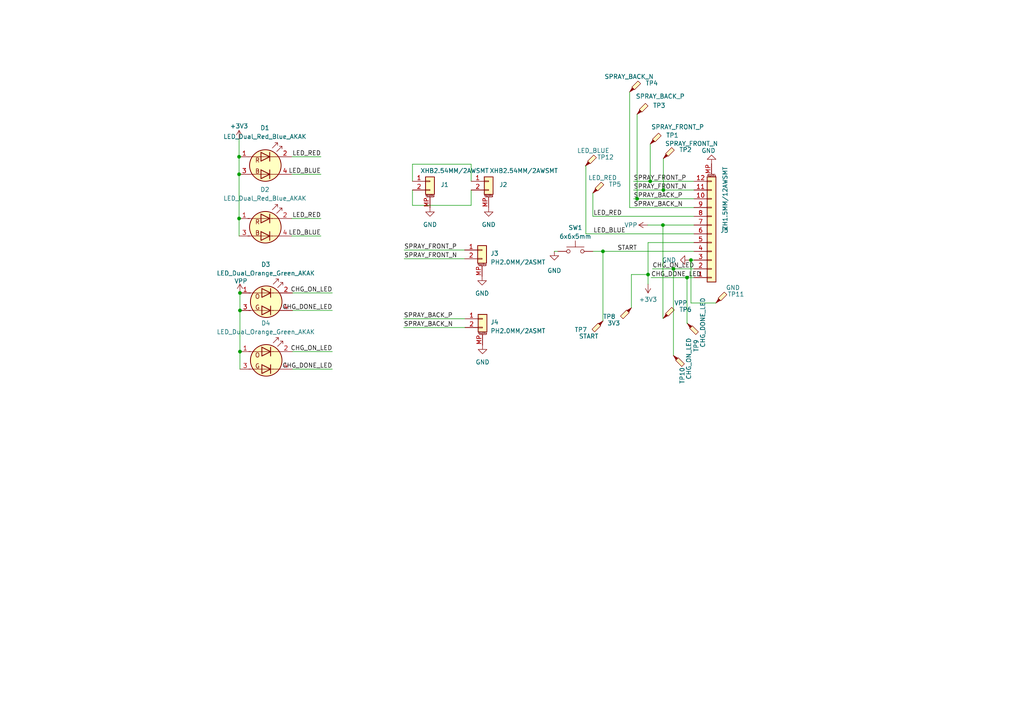
<source format=kicad_sch>
(kicad_sch (version 20231120) (generator "eeschema") (generator_version "8.0")
  (paper "A4")
  (title_block (title "EZS-01-Switch") (date "2022-10-26") (rev "V0.1") (company "Timye"))
  (lib_symbols
    (symbol "Connector:TestPoint_Probe" (pin_numbers hide) (pin_names (offset 0.762) hide)
      (property "Reference" "TP" (at 1.651 5.842 0))
      (property "Value" "TestPoint_Probe" (at 1.651 4.064 0))
      (symbol "TestPoint_Probe_0_1"
        (polyline (pts (xy 1.27 0.762) (xy 0 0) (xy 0.762 1.27) (xy 1.27 0.762)) (fill (type outline)))
        (polyline (pts (xy 1.397 0.635) (xy 0.635 1.397) (xy 2.413 3.175) (xy 3.175 2.413) (xy 1.397 0.635)) (fill (type background)))
      )
      (symbol "TestPoint_Probe_1_1"
        (pin passive line (at 0 0 90) (length 0) (name "1") (number "1"))
      )
    )
    (symbol "Connector_Generic_MountingPin:Conn_01x02_MountingPin" (pin_names (offset 1.016) hide)
      (property "Reference" "J" (at 0 2.54 0))
      (property "Value" "Conn_01x02_MountingPin" (at 1.27 -5.08 0))
      (symbol "Conn_01x02_MountingPin_1_1"
        (rectangle (start -1.27 -2.413) (end 0 -2.667) (stroke (width 0.1524)))
        (rectangle (start -1.27 0.127) (end 0 -0.127) (stroke (width 0.1524)))
        (rectangle (start -1.27 1.27) (end 1.27 -3.81) (stroke (width 0.254)) (fill (type background)))
        (polyline (pts (xy -1.016 -4.572) (xy 1.016 -4.572)) (stroke (width 0.1524)))
        (text "Mounting" (at 0 -4.191 0) (effects (font (size 0.381 0.381))))
        (pin passive line (at -5.08 0 0) (length 3.81) (name "Pin_1") (number "1"))
        (pin passive line (at -5.08 -2.54 0) (length 3.81) (name "Pin_2") (number "2"))
        (pin passive line (at 0 -7.62 90) (length 3.048) (name "MountPin") (number "MP"))
      )
    )
    (symbol "Connector_Generic_MountingPin:Conn_01x12_MountingPin" (pin_names (offset 1.016) hide)
      (property "Reference" "J" (at 0 15.24 0))
      (property "Value" "Conn_01x12_MountingPin" (at 1.27 -17.78 0))
      (symbol "Conn_01x12_MountingPin_1_1"
        (rectangle (start -1.27 -15.113) (end 0 -15.367) (stroke (width 0.1524)))
        (rectangle (start -1.27 -12.573) (end 0 -12.827) (stroke (width 0.1524)))
        (rectangle (start -1.27 -10.033) (end 0 -10.287) (stroke (width 0.1524)))
        (rectangle (start -1.27 -7.493) (end 0 -7.747) (stroke (width 0.1524)))
        (rectangle (start -1.27 -4.953) (end 0 -5.207) (stroke (width 0.1524)))
        (rectangle (start -1.27 -2.413) (end 0 -2.667) (stroke (width 0.1524)))
        (rectangle (start -1.27 0.127) (end 0 -0.127) (stroke (width 0.1524)))
        (rectangle (start -1.27 2.667) (end 0 2.413) (stroke (width 0.1524)))
        (rectangle (start -1.27 5.207) (end 0 4.953) (stroke (width 0.1524)))
        (rectangle (start -1.27 7.747) (end 0 7.493) (stroke (width 0.1524)))
        (rectangle (start -1.27 10.287) (end 0 10.033) (stroke (width 0.1524)))
        (rectangle (start -1.27 12.827) (end 0 12.573) (stroke (width 0.1524)))
        (rectangle (start -1.27 13.97) (end 1.27 -16.51) (stroke (width 0.254)) (fill (type background)))
        (polyline (pts (xy -1.016 -17.272) (xy 1.016 -17.272)) (stroke (width 0.1524)))
        (text "Mounting" (at 0 -16.891 0) (effects (font (size 0.381 0.381))))
        (pin passive line (at -5.08 12.7 0) (length 3.81) (name "Pin_1") (number "1"))
        (pin passive line (at -5.08 -10.16 0) (length 3.81) (name "Pin_10") (number "10"))
        (pin passive line (at -5.08 -12.7 0) (length 3.81) (name "Pin_11") (number "11"))
        (pin passive line (at -5.08 -15.24 0) (length 3.81) (name "Pin_12") (number "12"))
        (pin passive line (at -5.08 10.16 0) (length 3.81) (name "Pin_2") (number "2"))
        (pin passive line (at -5.08 7.62 0) (length 3.81) (name "Pin_3") (number "3"))
        (pin passive line (at -5.08 5.08 0) (length 3.81) (name "Pin_4") (number "4"))
        (pin passive line (at -5.08 2.54 0) (length 3.81) (name "Pin_5") (number "5"))
        (pin passive line (at -5.08 0 0) (length 3.81) (name "Pin_6") (number "6"))
        (pin passive line (at -5.08 -2.54 0) (length 3.81) (name "Pin_7") (number "7"))
        (pin passive line (at -5.08 -5.08 0) (length 3.81) (name "Pin_8") (number "8"))
        (pin passive line (at -5.08 -7.62 0) (length 3.81) (name "Pin_9") (number "9"))
        (pin passive line (at 0 -20.32 90) (length 3.048) (name "MountPin") (number "MP"))
      )
    )
    (symbol "Ovo_Device:LED_Dual_Orange_Green_AKAK" (pin_names (offset 0) hide)
      (property "Reference" "D3" (at -13.97 -6.35 0))
      (property "Value" "LED_Dual_Orange_Green_AKAK" (at 0 -6.35 0))
      (symbol "LED_Dual_Orange_Green_AKAK_0_0"
        (text "G" (at -2.54 -1.651 0) (effects (font (size 1.27 1.27))))
        (text "O" (at -2.54 1.524 0) (effects (font (size 1.27 1.27))))
      )
      (symbol "LED_Dual_Orange_Green_AKAK_0_1"
        (polyline (pts (xy -5.08 -2.54) (xy 2.032 -2.54)))
        (polyline (pts (xy -5.08 2.54) (xy 2.032 2.54)))
        (polyline (pts (xy 1.27 -1.27) (xy 1.27 -3.81)) (stroke (width 0.254)))
        (polyline (pts (xy 1.27 3.81) (xy 1.27 1.27)) (stroke (width 0.254)))
        (polyline (pts (xy 3.81 -2.54) (xy 1.905 -2.54)))
        (polyline (pts (xy 3.81 2.54) (xy 1.905 2.54)))
        (polyline (pts (xy -1.27 -1.27) (xy -1.27 -3.81) (xy 1.27 -2.54) (xy -1.27 -1.27)) (stroke (width 0.254)))
        (polyline (pts (xy -1.27 3.81) (xy -1.27 1.27) (xy 1.27 2.54) (xy -1.27 3.81)) (stroke (width 0.254)))
        (polyline (pts (xy 2.032 5.08) (xy 3.556 6.604) (xy 2.794 6.604) (xy 3.556 6.604) (xy 3.556 5.842)))
        (polyline (pts (xy 3.302 4.064) (xy 4.826 5.588) (xy 4.064 5.588) (xy 4.826 5.588) (xy 4.826 4.826)))
        (circle (center 0 0) (radius 4.572) (stroke (width 0.254)) (fill (type background)))
      )
      (symbol "LED_Dual_Orange_Green_AKAK_1_1"
        (pin input line (at -7.62 2.54 0) (length 3.048) (name "A1") (number "1"))
        (pin input line (at 7.62 2.54 180) (length 3.81) (name "K1") (number "2"))
        (pin input line (at -7.62 -2.54 0) (length 3.048) (name "A2") (number "3"))
        (pin input line (at 7.62 -2.54 180) (length 3.81) (name "K2") (number "4"))
      )
    )
    (symbol "Ovo_Device:LED_Dual_Red_Blue_AKAK" (pin_names (offset 0) hide)
      (property "Reference" "D2" (at -11.43 -5.08 0))
      (property "Value" "LED_Dual_Red_Blue_AKAK" (at 0 -5.08 0))
      (symbol "LED_Dual_Red_Blue_AKAK_0_0"
        (text "B" (at -2.286 -1.651 0) (effects (font (size 1.27 1.27))))
        (text "R" (at -2.286 1.524 0) (effects (font (size 1.27 1.27))))
      )
      (symbol "LED_Dual_Red_Blue_AKAK_0_1"
        (polyline (pts (xy -5.08 -2.54) (xy 2.032 -2.54)))
        (polyline (pts (xy -5.08 2.54) (xy 2.032 2.54)))
        (polyline (pts (xy 1.27 -1.27) (xy 1.27 -3.81)) (stroke (width 0.254)))
        (polyline (pts (xy 1.27 3.81) (xy 1.27 1.27)) (stroke (width 0.254)))
        (polyline (pts (xy 3.81 -2.54) (xy 1.905 -2.54)))
        (polyline (pts (xy 3.81 2.54) (xy 1.905 2.54)))
        (polyline (pts (xy -1.27 -1.27) (xy -1.27 -3.81) (xy 1.27 -2.54) (xy -1.27 -1.27)) (stroke (width 0.254)))
        (polyline (pts (xy -1.27 3.81) (xy -1.27 1.27) (xy 1.27 2.54) (xy -1.27 3.81)) (stroke (width 0.254)))
        (polyline (pts (xy 2.032 5.08) (xy 3.556 6.604) (xy 2.794 6.604) (xy 3.556 6.604) (xy 3.556 5.842)))
        (polyline (pts (xy 3.302 4.064) (xy 4.826 5.588) (xy 4.064 5.588) (xy 4.826 5.588) (xy 4.826 4.826)))
        (circle (center 0 0) (radius 4.572) (stroke (width 0.254)) (fill (type background)))
      )
      (symbol "LED_Dual_Red_Blue_AKAK_1_1"
        (pin input line (at -7.62 2.54 0) (length 3.048) (name "A1") (number "1"))
        (pin input line (at 7.62 2.54 180) (length 3.81) (name "K1") (number "2"))
        (pin input line (at -7.62 -2.54 0) (length 3.048) (name "A2") (number "3"))
        (pin input line (at 7.62 -2.54 180) (length 3.81) (name "K2") (number "4"))
      )
    )
    (symbol "Switch:SW_Push" (pin_numbers hide) (pin_names (offset 1.016) hide)
      (property "Reference" "SW" (at 1.27 2.54 0))
      (property "Value" "SW_Push" (at 0 -1.524 0))
      (symbol "SW_Push_0_1"
        (circle (center -2.032 0) (radius 0.508))
        (polyline (pts (xy 0 1.27) (xy 0 3.048)))
        (polyline (pts (xy 2.54 1.27) (xy -2.54 1.27)))
        (circle (center 2.032 0) (radius 0.508))
        (pin passive line (at -5.08 0 0) (length 2.54) (name "1") (number "1"))
        (pin passive line (at 5.08 0 180) (length 2.54) (name "2") (number "2"))
      )
    )
    (symbol "power:+3V3" (power) (pin_names (offset 0))
      (property "Value" "+3V3" (at 0 3.556 0))
      (symbol "+3V3_0_1"
        (polyline (pts (xy -0.762 1.27) (xy 0 2.54)))
        (polyline (pts (xy 0 0) (xy 0 2.54)))
        (polyline (pts (xy 0 2.54) (xy 0.762 1.27)))
      )
      (symbol "+3V3_1_1"
        (pin power_in line (at 0 0 90) (length 0) hide (name "+3V3") (number "1"))
      )
    )
    (symbol "power:GND" (power) (pin_names (offset 0))
      (property "Value" "GND" (at 0 -3.81 0))
      (symbol "GND_0_1"
        (polyline (pts (xy 0 0) (xy 0 -1.27) (xy 1.27 -1.27) (xy 0 -2.54) (xy -1.27 -1.27) (xy 0 -1.27)))
      )
      (symbol "GND_1_1"
        (pin power_in line (at 0 0 270) (length 0) hide (name "GND") (number "1"))
      )
    )
    (symbol "power:VPP" (power) (pin_names (offset 0))
      (property "Value" "VPP" (at 0 3.81 0))
      (symbol "VPP_0_1"
        (polyline (pts (xy -0.762 1.27) (xy 0 2.54)))
        (polyline (pts (xy 0 0) (xy 0 2.54)))
        (polyline (pts (xy 0 2.54) (xy 0.762 1.27)))
      )
      (symbol "VPP_1_1"
        (pin power_in line (at 0 0 90) (length 0) hide (name "VPP") (number "1"))
      )
    )
  )
  (junction (at 195.326 77.978))
  (junction (at 184.785 57.658))
  (junction (at 200.406 75.438))
  (junction (at 199.263 80.518))
  (junction (at 69.596 84.963))
  (junction (at 187.96 79.629))
  (junction (at 192.405 55.118))
  (junction (at 192.278 65.278))
  (junction (at 69.342 50.546))
  (junction (at 174.879 72.898))
  (junction (at 188.595 52.578))
  (junction (at 69.596 101.981))
  (junction (at 69.596 90.043))
  (junction (at 69.342 63.373))
  (junction (at 69.342 45.466))
  (wire (pts (xy 84.836 84.963) (xy 96.393 84.963)))
  (wire (pts (xy 69.342 40.386) (xy 69.342 45.466)))
  (wire (pts (xy 199.263 93.726) (xy 199.263 80.518)))
  (wire (pts (xy 183.134 89.281) (xy 183.134 79.629)))
  (wire (pts (xy 183.134 79.629) (xy 187.96 79.629)))
  (wire (pts (xy 192.405 45.974) (xy 192.405 55.118)))
  (wire (pts (xy 117.221 72.517) (xy 134.747 72.517)))
  (wire (pts (xy 192.405 92.329) (xy 192.278 92.329)))
  (wire (pts (xy 189.23 77.978) (xy 195.326 77.978)))
  (wire (pts (xy 119.634 59.563) (xy 136.652 59.563)))
  (wire (pts (xy 183.769 57.658) (xy 184.785 57.658)))
  (wire (pts (xy 169.926 48.133) (xy 169.926 67.818)))
  (wire (pts (xy 117.094 94.996) (xy 134.874 94.996)))
  (wire (pts (xy 69.342 50.546) (xy 69.342 63.373)))
  (wire (pts (xy 188.595 41.783) (xy 188.595 52.578)))
  (wire (pts (xy 84.836 90.043) (xy 96.393 90.043)))
  (wire (pts (xy 192.278 92.329) (xy 192.278 65.278)))
  (wire (pts (xy 84.836 101.981) (xy 96.393 101.981)))
  (wire (pts (xy 119.634 55.118) (xy 119.634 59.563)))
  (wire (pts (xy 69.342 63.373) (xy 69.342 68.453)))
  (wire (pts (xy 169.926 67.818) (xy 201.295 67.818)))
  (wire (pts (xy 69.342 45.466) (xy 69.342 50.546)))
  (wire (pts (xy 84.582 50.546) (xy 93.091 50.546)))
  (wire (pts (xy 117.221 75.057) (xy 134.747 75.057)))
  (wire (pts (xy 184.785 57.658) (xy 201.295 57.658)))
  (wire (pts (xy 174.879 72.898) (xy 201.295 72.898)))
  (wire (pts (xy 200.406 87.884) (xy 200.406 75.438)))
  (wire (pts (xy 171.958 62.738) (xy 201.295 62.738)))
  (wire (pts (xy 84.836 107.061) (xy 96.393 107.061)))
  (wire (pts (xy 183.769 52.578) (xy 188.595 52.578)))
  (wire (pts (xy 199.39 93.853) (xy 199.39 93.726)))
  (wire (pts (xy 84.582 45.466) (xy 93.091 45.466)))
  (wire (pts (xy 187.96 70.358) (xy 201.295 70.358)))
  (wire (pts (xy 184.785 33.147) (xy 184.785 57.658)))
  (wire (pts (xy 171.958 56.007) (xy 171.958 62.738)))
  (wire (pts (xy 182.626 26.67) (xy 182.626 60.198)))
  (wire (pts (xy 136.652 59.563) (xy 136.652 55.118)))
  (wire (pts (xy 171.958 72.898) (xy 174.879 72.898)))
  (wire (pts (xy 192.278 65.278) (xy 201.295 65.278)))
  (wire (pts (xy 187.96 79.629) (xy 187.96 82.423)))
  (wire (pts (xy 183.769 55.118) (xy 192.405 55.118)))
  (wire (pts (xy 199.263 80.518) (xy 201.295 80.518)))
  (wire (pts (xy 69.596 84.963) (xy 69.596 90.043)))
  (wire (pts (xy 169.799 48.133) (xy 169.926 48.133)))
  (wire (pts (xy 160.782 72.898) (xy 161.798 72.898)))
  (wire (pts (xy 200.406 75.438) (xy 201.295 75.438)))
  (wire (pts (xy 199.898 75.438) (xy 200.406 75.438)))
  (wire (pts (xy 199.39 93.726) (xy 199.263 93.726)))
  (wire (pts (xy 84.582 63.373) (xy 93.091 63.373)))
  (wire (pts (xy 117.094 92.456) (xy 134.874 92.456)))
  (wire (pts (xy 84.582 68.453) (xy 93.091 68.453)))
  (wire (pts (xy 69.596 101.981) (xy 69.596 107.061)))
  (wire (pts (xy 136.652 47.625) (xy 136.652 52.578)))
  (wire (pts (xy 187.833 65.278) (xy 192.278 65.278)))
  (wire (pts (xy 195.326 103.124) (xy 195.326 77.978)))
  (wire (pts (xy 119.634 47.625) (xy 119.634 52.578)))
  (wire (pts (xy 188.849 80.518) (xy 199.263 80.518)))
  (wire (pts (xy 188.595 52.578) (xy 201.295 52.578)))
  (wire (pts (xy 192.405 55.118) (xy 201.295 55.118)))
  (wire (pts (xy 119.634 47.625) (xy 136.652 47.625)))
  (wire (pts (xy 182.626 60.198) (xy 201.295 60.198)))
  (wire (pts (xy 195.326 77.978) (xy 201.295 77.978)))
  (wire (pts (xy 187.96 70.358) (xy 187.96 79.629)))
  (wire (pts (xy 69.596 90.043) (xy 69.596 101.981)))
  (wire (pts (xy 207.645 87.884) (xy 200.406 87.884)))
  (wire (pts (xy 174.879 93.091) (xy 174.879 72.898)))
  (label "SPRAY_FRONT_N" (at 117.221 75.057 0))
  (label "LED_BLUE" (at 93.091 68.453 180))
  (label "LED_RED" (at 172.085 62.738 0))
  (label "LED_RED" (at 93.091 63.373 180))
  (label "SPRAY_BACK_P" (at 117.094 92.456 0))
  (label "SPRAY_BACK_P" (at 183.769 57.658 0))
  (label "CHG_DONE_LED" (at 96.393 90.043 180))
  (label "SPRAY_BACK_N" (at 117.094 94.996 0))
  (label "SPRAY_FRONT_N" (at 183.769 55.118 0))
  (label "CHG_ON_LED" (at 96.393 84.963 180))
  (label "SPRAY_BACK_N" (at 183.769 60.198 0))
  (label "SPRAY_FRONT_P" (at 183.769 52.578 0))
  (label "CHG_ON_LED" (at 96.393 101.981 180))
  (label "LED_BLUE" (at 172.085 67.818 0))
  (label "SPRAY_FRONT_P" (at 117.221 72.517 0))
  (label "LED_RED" (at 93.091 45.466 180))
  (label "CHG_DONE_LED" (at 188.849 80.518 0))
  (label "CHG_DONE_LED" (at 96.393 107.061 180))
  (label "CHG_ON_LED" (at 189.23 77.978 0))
  (label "LED_BLUE" (at 93.091 50.546 180))
  (label "START" (at 179.07 72.898 0))
  (symbol (lib_id "Connector:TestPoint_Probe") (at 169.799 48.133 0) (unit 1)
    (property "Reference" "TP12" (at 178.054 45.593 0) (effects (justify right)))
    (property "Value" "LED_BLUE" (at 176.784 43.688 0) (effects (justify right)))
    (property "Footprint" "TestPoint:TestPoint_Pad_D1.5mm" (effects (hide yes)))
  )
  (symbol (lib_id "Connector:TestPoint_Probe") (at 192.405 92.329 0) (unit 1)
    (property "Reference" "TP6" (at 200.66 89.789 0) (effects (justify right)))
    (property "Value" "VPP" (at 199.39 87.884 0) (effects (justify right)))
    (property "Footprint" "TestPoint:TestPoint_Pad_D1.5mm" (effects (hide yes)))
  )
  (symbol (lib_id "power:GND") (at 124.714 60.198 0) (unit 1)
    (property "Reference" "#PWR010" (effects (hide yes)))
    (property "Value" "GND" (at 124.714 65.151 0))
  )
  (symbol (lib_id "Connector:TestPoint_Probe") (at 184.785 33.147 0) (unit 1)
    (property "Reference" "TP3" (at 193.04 30.607 0) (effects (justify right)))
    (property "Value" "SPRAY_BACK_P" (at 198.628 27.94 0) (effects (justify right)))
    (property "Footprint" "TestPoint:TestPoint_Pad_D1.5mm" (effects (hide yes)))
  )
  (symbol (lib_id "Connector:TestPoint_Probe") (at 207.645 87.884 0) (unit 1)
    (property "Reference" "TP11" (at 215.9 85.344 0) (effects (justify right)))
    (property "Value" "GND" (at 214.63 83.439 0) (effects (justify right)))
    (property "Footprint" "TestPoint:TestPoint_Pad_D1.5mm" (effects (hide yes)))
  )
  (symbol (lib_id "Connector_Generic_MountingPin:Conn_01x02_MountingPin") (at 141.732 52.578 0) (unit 1)
    (property "Reference" "J2" (at 144.78 53.5686 0) (effects (justify left)))
    (property "Value" "XHB2.54MM/2AWSMT" (at 141.986 49.53 0) (effects (justify left)))
    (property "Footprint" "Ovo_Connector_JST:JST_XHB_S2B-XHB-SM4-TB_1x02-1MP_P2.50mm_Horizontal" (effects (hide yes)))
  )
  (symbol (lib_id "Connector:TestPoint_Probe") (at 171.958 56.007 0) (unit 1)
    (property "Reference" "TP5" (at 180.213 53.467 0) (effects (justify right)))
    (property "Value" "LED_RED" (at 178.943 51.562 0) (effects (justify right)))
    (property "Footprint" "TestPoint:TestPoint_Pad_D1.5mm" (effects (hide yes)))
  )
  (symbol (lib_id "Connector_Generic_MountingPin:Conn_01x02_MountingPin") (at 124.714 52.578 0) (unit 1)
    (property "Reference" "J1" (at 127.762 53.5686 0) (effects (justify left)))
    (property "Value" "XHB2.54MM/2AWSMT" (at 121.92 49.53 0) (effects (justify left)))
    (property "Footprint" "Ovo_Connector_JST:JST_XHB_S2B-XHB-SM4-TB_1x02-1MP_P2.50mm_Horizontal" (effects (hide yes)))
  )
  (symbol (lib_id "Connector:TestPoint_Probe") (at 182.626 26.67 0) (unit 1)
    (property "Reference" "TP4" (at 190.881 24.13 0) (effects (justify right)))
    (property "Value" "SPRAY_BACK_N" (at 189.611 22.225 0) (effects (justify right)))
    (property "Footprint" "TestPoint:TestPoint_Pad_D1.5mm" (effects (hide yes)))
  )
  (symbol (lib_id "Connector:TestPoint_Probe") (at 192.405 45.974 0) (unit 1)
    (property "Reference" "TP2" (at 200.66 43.434 0) (effects (justify right)))
    (property "Value" "SPRAY_FRONT_N" (at 208.28 41.656 0) (effects (justify right)))
    (property "Footprint" "TestPoint:TestPoint_Pad_D1.5mm" (effects (hide yes)))
  )
  (symbol (lib_id "Connector:TestPoint_Probe") (at 183.134 89.281 180) (unit 1)
    (property "Reference" "TP8" (at 174.879 91.821 0) (effects (justify right)))
    (property "Value" "3V3" (at 176.149 93.726 0) (effects (justify right)))
    (property "Footprint" "TestPoint:TestPoint_Pad_D1.5mm" (effects (hide yes)))
  )
  (symbol (lib_id "power:GND") (at 206.375 47.498 180) (unit 1)
    (property "Reference" "#PWR05" (effects (hide yes)))
    (property "Value" "GND" (at 205.486 43.688 0))
  )
  (symbol (lib_id "power:+3V3") (at 187.96 82.423 180) (unit 1)
    (property "Reference" "#PWR03" (effects (hide yes)))
    (property "Value" "+3V3" (at 187.96 86.868 0))
  )
  (symbol (lib_id "power:+3V3") (at 69.342 40.386 0) (unit 1)
    (property "Reference" "#PWR06" (effects (hide yes)))
    (property "Value" "+3V3" (at 69.342 36.576 0))
  )
  (symbol (lib_id "power:VPP") (at 69.596 84.963 0) (unit 1)
    (property "Reference" "#PWR09" (effects (hide yes)))
    (property "Value" "VPP" (at 67.945 81.534 0) (effects (justify left)))
  )
  (symbol (lib_id "Connector:TestPoint_Probe") (at 199.39 93.853 270) (unit 1)
    (property "Reference" "TP9" (at 201.93 102.108 0) (effects (justify right)))
    (property "Value" "CHG_DONE_LED" (at 203.835 100.838 0) (effects (justify right)))
    (property "Footprint" "TestPoint:TestPoint_Pad_D1.5mm" (effects (hide yes)))
  )
  (symbol (lib_id "power:VPP") (at 187.833 65.278 90) (unit 1)
    (property "Reference" "#PWR08" (effects (hide yes)))
    (property "Value" "VPP" (at 184.912 65.278 90) (effects (justify left)))
  )
  (symbol (lib_id "Connector_Generic_MountingPin:Conn_01x02_MountingPin") (at 139.827 72.517 0) (unit 1)
    (property "Reference" "J3" (at 142.24 73.5076 0) (effects (justify left)))
    (property "Value" "PH2.0MM/2ASMT" (at 142.24 76.0476 0) (effects (justify left)))
    (property "Footprint" "Ovo_Connector_JST:JST_PH_B2B-PH-SM4-TB_1x02-1MP_P2.00mm_Vertical" (effects (hide yes)))
  )
  (symbol (lib_id "Connector:TestPoint_Probe") (at 174.879 93.091 180) (unit 1)
    (property "Reference" "TP7" (at 166.624 95.631 0) (effects (justify right)))
    (property "Value" "START" (at 167.894 97.536 0) (effects (justify right)))
    (property "Footprint" "TestPoint:TestPoint_Pad_D1.5mm" (effects (hide yes)))
  )
  (symbol (lib_id "power:GND") (at 139.827 80.137 0) (unit 1)
    (property "Reference" "#PWR01" (effects (hide yes)))
    (property "Value" "GND" (at 139.827 85.09 0))
  )
  (symbol (lib_id "power:GND") (at 139.954 100.076 0) (unit 1)
    (property "Reference" "#PWR02" (effects (hide yes)))
    (property "Value" "GND" (at 139.954 105.029 0))
  )
  (symbol (lib_id "Ovo_Device:LED_Dual_Orange_Green_AKAK") (at 77.216 104.521 0) (unit 1)
    (property "Reference" "D4" (at 77.089 93.726 0))
    (property "Value" "LED_Dual_Orange_Green_AKAK" (at 77.089 96.266 0))
    (property "Footprint" "Ovo_LED_SMD:LED_Dual_1.6x1.5mm" (effects (hide yes)))
  )
  (symbol (lib_id "Ovo_Device:LED_Dual_Orange_Green_AKAK") (at 77.216 87.503 0) (unit 1)
    (property "Reference" "D3" (at 77.089 76.708 0))
    (property "Value" "LED_Dual_Orange_Green_AKAK" (at 77.089 79.248 0))
    (property "Footprint" "Ovo_LED_SMD:LED_Dual_1.6x1.5mm" (effects (hide yes)))
  )
  (symbol (lib_id "Connector_Generic_MountingPin:Conn_01x12_MountingPin") (at 206.375 67.818 0) (mirror x) (unit 1)
    (property "Reference" "J5" (at 208.915 66.8274 0) (effects (justify left)))
    (property "Value" "ZH1.5MM/12AWSMT" (at 210.312 48.26 90) (effects (justify left)))
    (property "Footprint" "Ovo_Connector_JST:JST_ZH_B12B-ZR-SM4-TF_1x12-1MP_P1.50mm_Vertical" (effects (hide yes)))
  )
  (symbol (lib_id "Ovo_Device:LED_Dual_Red_Blue_AKAK") (at 76.962 48.006 0) (unit 1)
    (property "Reference" "D1" (at 76.835 37.084 0))
    (property "Value" "LED_Dual_Red_Blue_AKAK" (at 76.835 39.624 0))
    (property "Footprint" "Ovo_LED_SMD:LED_Dual_1.6x1.5mm" (effects (hide yes)))
  )
  (symbol (lib_id "Connector:TestPoint_Probe") (at 195.326 103.124 270) (unit 1)
    (property "Reference" "TP10" (at 197.866 111.379 0) (effects (justify right)))
    (property "Value" "CHG_ON_LED" (at 199.771 110.109 0) (effects (justify right)))
    (property "Footprint" "TestPoint:TestPoint_Pad_D1.5mm" (effects (hide yes)))
  )
  (symbol (lib_id "power:GND") (at 160.782 72.898 0) (unit 1)
    (property "Reference" "#PWR07" (effects (hide yes)))
    (property "Value" "GND" (at 160.782 78.486 0))
  )
  (symbol (lib_id "Connector_Generic_MountingPin:Conn_01x02_MountingPin") (at 139.954 92.456 0) (unit 1)
    (property "Reference" "J4" (at 142.24 93.4466 0) (effects (justify left)))
    (property "Value" "PH2.0MM/2ASMT" (at 142.24 95.9866 0) (effects (justify left)))
    (property "Footprint" "Ovo_Connector_JST:JST_PH_B2B-PH-SM4-TB_1x02-1MP_P2.00mm_Vertical" (effects (hide yes)))
  )
  (symbol (lib_id "Connector:TestPoint_Probe") (at 188.595 41.783 0) (unit 1)
    (property "Reference" "TP1" (at 196.85 39.243 0) (effects (justify right)))
    (property "Value" "SPRAY_FRONT_P" (at 204.216 36.83 0) (effects (justify right)))
    (property "Footprint" "TestPoint:TestPoint_Pad_D1.5mm" (effects (hide yes)))
  )
  (symbol (lib_id "Switch:SW_Push") (at 166.878 72.898 0) (unit 1)
    (property "Reference" "SW1" (at 166.878 66.04 0))
    (property "Value" "6x6x5mm" (at 166.878 68.58 0))
    (property "Footprint" "Ovo_Button_Switch_SMD:SW_Push_1P1T_NO_6x6mm_H5.0mm" (effects (hide yes)))
  )
  (symbol (lib_id "power:GND") (at 199.898 75.438 270) (unit 1)
    (property "Reference" "#PWR04" (effects (hide yes)))
    (property "Value" "GND" (at 196.088 75.4379 90) (effects (justify right)))
  )
  (symbol (lib_id "power:GND") (at 141.732 60.198 0) (unit 1)
    (property "Reference" "#PWR011" (effects (hide yes)))
    (property "Value" "GND" (at 141.732 65.151 0))
  )
  (symbol (lib_id "Ovo_Device:LED_Dual_Red_Blue_AKAK") (at 76.962 65.913 0) (unit 1)
    (property "Reference" "D2" (at 76.835 54.991 0))
    (property "Value" "LED_Dual_Red_Blue_AKAK" (at 76.835 57.531 0))
    (property "Footprint" "Ovo_LED_SMD:LED_Dual_1.6x1.5mm" (effects (hide yes)))
  )
)
</source>
